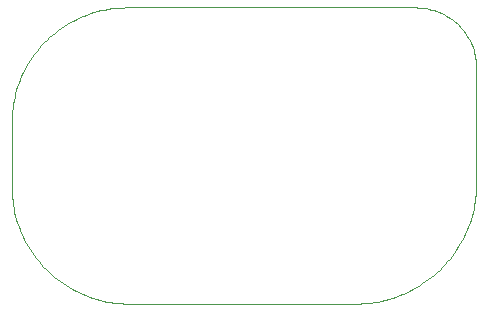
<source format=gbp>
G75*
%MOIN*%
%OFA0B0*%
%FSLAX24Y24*%
%IPPOS*%
%LPD*%
%AMOC8*
5,1,8,0,0,1.08239X$1,22.5*
%
%ADD10C,0.0000*%
D10*
X004045Y000140D02*
X011608Y000140D01*
X011732Y000142D01*
X011856Y000148D01*
X011979Y000157D01*
X012103Y000170D01*
X012225Y000188D01*
X012347Y000209D01*
X012469Y000233D01*
X012590Y000262D01*
X012709Y000294D01*
X012828Y000329D01*
X012945Y000369D01*
X013062Y000412D01*
X013176Y000458D01*
X013290Y000508D01*
X013402Y000562D01*
X013512Y000619D01*
X013620Y000679D01*
X013726Y000743D01*
X013831Y000810D01*
X013933Y000880D01*
X014033Y000953D01*
X014131Y001029D01*
X014226Y001108D01*
X014319Y001190D01*
X014409Y001275D01*
X014497Y001363D01*
X014582Y001453D01*
X014664Y001546D01*
X014743Y001641D01*
X014819Y001739D01*
X014892Y001839D01*
X014962Y001941D01*
X015029Y002046D01*
X015093Y002152D01*
X015153Y002260D01*
X015210Y002370D01*
X015264Y002482D01*
X015314Y002596D01*
X015360Y002710D01*
X015403Y002827D01*
X015443Y002944D01*
X015478Y003063D01*
X015510Y003182D01*
X015539Y003303D01*
X015563Y003425D01*
X015584Y003547D01*
X015602Y003669D01*
X015615Y003793D01*
X015624Y003916D01*
X015630Y004040D01*
X015632Y004164D01*
X015632Y007984D01*
X015630Y008072D01*
X015624Y008161D01*
X015615Y008248D01*
X015601Y008336D01*
X015584Y008423D01*
X015563Y008508D01*
X015538Y008593D01*
X015510Y008677D01*
X015478Y008759D01*
X015442Y008840D01*
X015403Y008920D01*
X015361Y008997D01*
X015315Y009073D01*
X015266Y009146D01*
X015213Y009217D01*
X015158Y009286D01*
X015100Y009353D01*
X015039Y009417D01*
X014975Y009478D01*
X014908Y009536D01*
X014839Y009591D01*
X014768Y009644D01*
X014695Y009693D01*
X014619Y009739D01*
X014542Y009781D01*
X014462Y009820D01*
X014381Y009856D01*
X014299Y009888D01*
X014215Y009916D01*
X014130Y009941D01*
X014045Y009962D01*
X013958Y009979D01*
X013870Y009993D01*
X013783Y010002D01*
X013694Y010008D01*
X013606Y010010D01*
X003963Y010010D01*
X003840Y010008D01*
X003718Y010002D01*
X003596Y009992D01*
X003474Y009979D01*
X003353Y009961D01*
X003232Y009940D01*
X003112Y009914D01*
X002993Y009885D01*
X002875Y009852D01*
X002758Y009815D01*
X002643Y009775D01*
X002528Y009731D01*
X002416Y009683D01*
X002304Y009631D01*
X002195Y009576D01*
X002087Y009518D01*
X001981Y009456D01*
X001877Y009391D01*
X001776Y009323D01*
X001676Y009251D01*
X001579Y009176D01*
X001485Y009098D01*
X001393Y009017D01*
X001303Y008933D01*
X001217Y008847D01*
X001133Y008757D01*
X001052Y008665D01*
X000974Y008571D01*
X000899Y008474D01*
X000827Y008374D01*
X000759Y008273D01*
X000694Y008169D01*
X000632Y008063D01*
X000574Y007955D01*
X000519Y007846D01*
X000467Y007734D01*
X000419Y007622D01*
X000375Y007507D01*
X000335Y007392D01*
X000298Y007275D01*
X000265Y007157D01*
X000236Y007038D01*
X000210Y006918D01*
X000189Y006797D01*
X000171Y006676D01*
X000158Y006554D01*
X000148Y006432D01*
X000142Y006310D01*
X000140Y006187D01*
X000140Y004045D01*
X000142Y003922D01*
X000148Y003800D01*
X000157Y003678D01*
X000171Y003556D01*
X000188Y003434D01*
X000209Y003313D01*
X000234Y003193D01*
X000263Y003074D01*
X000295Y002956D01*
X000331Y002838D01*
X000371Y002722D01*
X000414Y002607D01*
X000461Y002494D01*
X000512Y002382D01*
X000566Y002272D01*
X000623Y002164D01*
X000684Y002057D01*
X000748Y001953D01*
X000815Y001850D01*
X000886Y001750D01*
X000959Y001652D01*
X001036Y001556D01*
X001116Y001463D01*
X001198Y001372D01*
X001284Y001284D01*
X001372Y001198D01*
X001463Y001116D01*
X001556Y001036D01*
X001652Y000959D01*
X001750Y000886D01*
X001850Y000815D01*
X001953Y000748D01*
X002057Y000684D01*
X002164Y000623D01*
X002272Y000566D01*
X002382Y000512D01*
X002494Y000461D01*
X002607Y000414D01*
X002722Y000371D01*
X002838Y000331D01*
X002956Y000295D01*
X003074Y000263D01*
X003193Y000234D01*
X003313Y000209D01*
X003434Y000188D01*
X003556Y000171D01*
X003678Y000157D01*
X003800Y000148D01*
X003922Y000142D01*
X004045Y000140D01*
M02*

</source>
